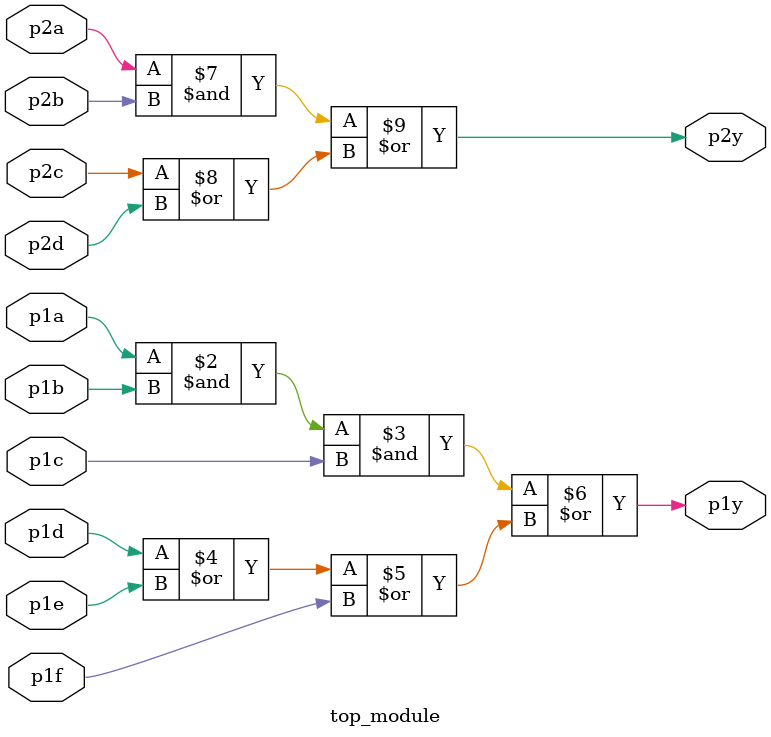
<source format=sv>
module top_module(
    input p1a, 
    input p1b,
    input p1c,
    input p1d,
    input p1e,
    input p1f,
    output reg p1y,
    input p2a,
    input p2b,
    input p2c,
    input p2d,
    output reg p2y
);

always @(*) begin
    p1y = (p1a & p1b & p1c) | (p1d | p1e | p1f);
    p2y = (p2a & p2b) | (p2c | p2d);
end

endmodule

</source>
